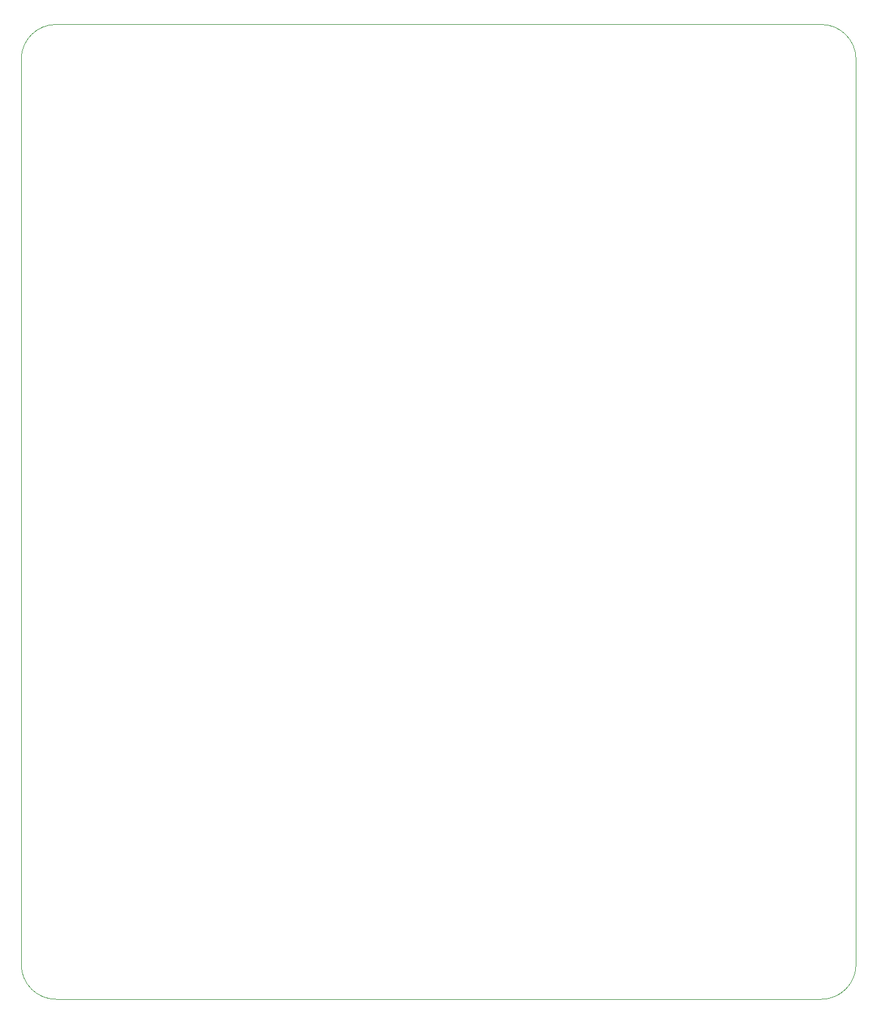
<source format=gbr>
%TF.GenerationSoftware,KiCad,Pcbnew,7.0.6*%
%TF.CreationDate,2023-07-10T17:04:03+08:00*%
%TF.ProjectId,rbc_circuits,7262635f-6369-4726-9375-6974732e6b69,1.0*%
%TF.SameCoordinates,Original*%
%TF.FileFunction,Profile,NP*%
%FSLAX46Y46*%
G04 Gerber Fmt 4.6, Leading zero omitted, Abs format (unit mm)*
G04 Created by KiCad (PCBNEW 7.0.6) date 2023-07-10 17:04:03*
%MOMM*%
%LPD*%
G01*
G04 APERTURE LIST*
%TA.AperFunction,Profile*%
%ADD10C,0.100000*%
%TD*%
G04 APERTURE END LIST*
D10*
X48588000Y-155030000D02*
G75*
G03*
X53588000Y-160030000I5000000J0D01*
G01*
X163588000Y-160030000D02*
G75*
G03*
X168588000Y-155030000I0J5000000D01*
G01*
X53588000Y-20030000D02*
G75*
G03*
X48588000Y-25030000I0J-5000000D01*
G01*
X48588000Y-155030000D02*
X48588000Y-25030000D01*
X168588000Y-25030000D02*
G75*
G03*
X163588000Y-20030000I-5000000J0D01*
G01*
X163588000Y-160030000D02*
X53588000Y-160030000D01*
X168588000Y-25030000D02*
X168588000Y-155030000D01*
X53588000Y-20030000D02*
X163588000Y-20030000D01*
M02*

</source>
